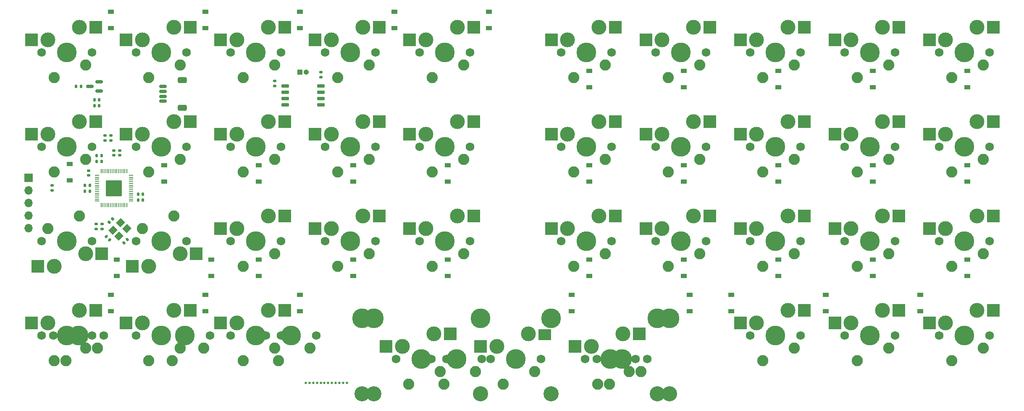
<source format=gbs>
%TF.GenerationSoftware,KiCad,Pcbnew,7.0.6*%
%TF.CreationDate,2023-12-03T11:03:35-05:00*%
%TF.ProjectId,cutiepie2040-ortho-hotswap-solder-pcb,63757469-6570-4696-9532-3034302d6f72,rev?*%
%TF.SameCoordinates,PX27bdd2cPY74f41bc*%
%TF.FileFunction,Soldermask,Bot*%
%TF.FilePolarity,Negative*%
%FSLAX46Y46*%
G04 Gerber Fmt 4.6, Leading zero omitted, Abs format (unit mm)*
G04 Created by KiCad (PCBNEW 7.0.6) date 2023-12-03 11:03:35*
%MOMM*%
%LPD*%
G01*
G04 APERTURE LIST*
G04 Aperture macros list*
%AMRoundRect*
0 Rectangle with rounded corners*
0 $1 Rounding radius*
0 $2 $3 $4 $5 $6 $7 $8 $9 X,Y pos of 4 corners*
0 Add a 4 corners polygon primitive as box body*
4,1,4,$2,$3,$4,$5,$6,$7,$8,$9,$2,$3,0*
0 Add four circle primitives for the rounded corners*
1,1,$1+$1,$2,$3*
1,1,$1+$1,$4,$5*
1,1,$1+$1,$6,$7*
1,1,$1+$1,$8,$9*
0 Add four rect primitives between the rounded corners*
20,1,$1+$1,$2,$3,$4,$5,0*
20,1,$1+$1,$4,$5,$6,$7,0*
20,1,$1+$1,$6,$7,$8,$9,0*
20,1,$1+$1,$8,$9,$2,$3,0*%
%AMRotRect*
0 Rectangle, with rotation*
0 The origin of the aperture is its center*
0 $1 length*
0 $2 width*
0 $3 Rotation angle, in degrees counterclockwise*
0 Add horizontal line*
21,1,$1,$2,0,0,$3*%
G04 Aperture macros list end*
%ADD10C,1.750000*%
%ADD11C,3.000000*%
%ADD12C,3.987800*%
%ADD13R,2.550000X2.500000*%
%ADD14C,2.250000*%
%ADD15C,3.048000*%
%ADD16C,0.500000*%
%ADD17RoundRect,0.140000X0.170000X-0.140000X0.170000X0.140000X-0.170000X0.140000X-0.170000X-0.140000X0*%
%ADD18R,1.200000X0.900000*%
%ADD19RoundRect,0.140000X0.021213X-0.219203X0.219203X-0.021213X-0.021213X0.219203X-0.219203X0.021213X0*%
%ADD20RoundRect,0.135000X0.035355X-0.226274X0.226274X-0.035355X-0.035355X0.226274X-0.226274X0.035355X0*%
%ADD21RoundRect,0.135000X-0.185000X0.135000X-0.185000X-0.135000X0.185000X-0.135000X0.185000X0.135000X0*%
%ADD22R,1.050000X1.050000*%
%ADD23C,1.050000*%
%ADD24RoundRect,0.140000X0.140000X0.170000X-0.140000X0.170000X-0.140000X-0.170000X0.140000X-0.170000X0*%
%ADD25RoundRect,0.140000X-0.140000X-0.170000X0.140000X-0.170000X0.140000X0.170000X-0.140000X0.170000X0*%
%ADD26RoundRect,0.140000X-0.170000X0.140000X-0.170000X-0.140000X0.170000X-0.140000X0.170000X0.140000X0*%
%ADD27RoundRect,0.150000X0.587500X0.150000X-0.587500X0.150000X-0.587500X-0.150000X0.587500X-0.150000X0*%
%ADD28R,2.550000X2.170000*%
%ADD29RoundRect,0.135000X0.185000X-0.135000X0.185000X0.135000X-0.185000X0.135000X-0.185000X-0.135000X0*%
%ADD30RoundRect,0.150000X0.650000X0.150000X-0.650000X0.150000X-0.650000X-0.150000X0.650000X-0.150000X0*%
%ADD31RoundRect,0.050000X0.387500X0.050000X-0.387500X0.050000X-0.387500X-0.050000X0.387500X-0.050000X0*%
%ADD32RoundRect,0.050000X0.050000X0.387500X-0.050000X0.387500X-0.050000X-0.387500X0.050000X-0.387500X0*%
%ADD33RoundRect,0.144000X1.456000X1.456000X-1.456000X1.456000X-1.456000X-1.456000X1.456000X-1.456000X0*%
%ADD34R,1.700000X1.700000*%
%ADD35O,1.700000X1.700000*%
%ADD36RoundRect,0.140000X0.219203X0.021213X0.021213X0.219203X-0.219203X-0.021213X-0.021213X-0.219203X0*%
%ADD37RoundRect,0.150000X-0.625000X0.150000X-0.625000X-0.150000X0.625000X-0.150000X0.625000X0.150000X0*%
%ADD38RoundRect,0.250000X-0.650000X0.350000X-0.650000X-0.350000X0.650000X-0.350000X0.650000X0.350000X0*%
%ADD39RotRect,1.400000X1.200000X45.000000*%
G04 APERTURE END LIST*
D10*
%TO.C,MX15*%
X61594938Y33337766D03*
D11*
X62864938Y35877766D03*
D12*
X66674938Y33337766D03*
D11*
X69214938Y38417766D03*
D10*
X71754938Y33337766D03*
D13*
X59589938Y35877766D03*
D14*
X64134938Y28257766D03*
X70484938Y30797766D03*
D13*
X72516938Y38417766D03*
%TD*%
D10*
%TO.C,MX11*%
X42544938Y33337766D03*
D11*
X43814938Y35877766D03*
D12*
X47624938Y33337766D03*
D11*
X50164938Y38417766D03*
D10*
X52704938Y33337766D03*
D13*
X40539938Y35877766D03*
D14*
X45084938Y28257766D03*
X51434938Y30797766D03*
D13*
X53466938Y38417766D03*
%TD*%
D10*
%TO.C,MX7*%
X33654938Y33337766D03*
D11*
X32384938Y30797766D03*
D12*
X28574938Y33337766D03*
D11*
X26034938Y28257766D03*
D10*
X23494938Y33337766D03*
D14*
X24764938Y35877766D03*
D13*
X22732938Y28257766D03*
X35659938Y30797766D03*
D14*
X31114938Y38417766D03*
%TD*%
D10*
%TO.C,MX3*%
X14604938Y33337766D03*
D11*
X13334938Y30797766D03*
D12*
X9524938Y33337766D03*
D11*
X6984938Y28257766D03*
D10*
X4444938Y33337766D03*
D14*
X5714938Y35877766D03*
D13*
X3682938Y28257766D03*
X16609938Y30797766D03*
D14*
X12064938Y38417766D03*
%TD*%
D10*
%TO.C,MX2*%
X4444938Y52387766D03*
D11*
X5714938Y54927766D03*
D12*
X9524938Y52387766D03*
D11*
X12064938Y57467766D03*
D10*
X14604938Y52387766D03*
D13*
X2439938Y54927766D03*
D14*
X6984938Y47307766D03*
X13334938Y49847766D03*
D13*
X15366938Y57467766D03*
%TD*%
D10*
%TO.C,MX6*%
X23494938Y52387766D03*
D11*
X24764938Y54927766D03*
D12*
X28574938Y52387766D03*
D11*
X31114938Y57467766D03*
D10*
X33654938Y52387766D03*
D13*
X21489938Y54927766D03*
D14*
X26034938Y47307766D03*
X32384938Y49847766D03*
D13*
X34416938Y57467766D03*
%TD*%
D10*
%TO.C,MX10*%
X42544938Y52387766D03*
D11*
X43814938Y54927766D03*
D12*
X47624938Y52387766D03*
D11*
X50164938Y57467766D03*
D10*
X52704938Y52387766D03*
D13*
X40539938Y54927766D03*
D14*
X45084938Y47307766D03*
X51434938Y49847766D03*
D13*
X53466938Y57467766D03*
%TD*%
D10*
%TO.C,MX14*%
X61594938Y52387766D03*
D11*
X62864938Y54927766D03*
D12*
X66674938Y52387766D03*
D11*
X69214938Y57467766D03*
D10*
X71754938Y52387766D03*
D13*
X59589938Y54927766D03*
D14*
X64134938Y47307766D03*
X70484938Y49847766D03*
D13*
X72516938Y57467766D03*
%TD*%
D10*
%TO.C,MX16*%
X80644938Y71437766D03*
D11*
X81914938Y73977766D03*
D12*
X85724938Y71437766D03*
D11*
X88264938Y76517766D03*
D10*
X90804938Y71437766D03*
D13*
X78639938Y73977766D03*
D14*
X83184938Y66357766D03*
X89534938Y68897766D03*
D13*
X91566938Y76517766D03*
%TD*%
D10*
%TO.C,MX17*%
X80644938Y52387766D03*
D11*
X81914938Y54927766D03*
D12*
X85724938Y52387766D03*
D11*
X88264938Y57467766D03*
D10*
X90804938Y52387766D03*
D13*
X78639938Y54927766D03*
D14*
X83184938Y47307766D03*
X89534938Y49847766D03*
D13*
X91566938Y57467766D03*
%TD*%
D10*
%TO.C,MX18*%
X80644938Y33337766D03*
D11*
X81914938Y35877766D03*
D12*
X85724938Y33337766D03*
D11*
X88264938Y38417766D03*
D10*
X90804938Y33337766D03*
D13*
X78639938Y35877766D03*
D14*
X83184938Y28257766D03*
X89534938Y30797766D03*
D13*
X91566938Y38417766D03*
%TD*%
D10*
%TO.C,MX4*%
X4444938Y14317344D03*
D11*
X5714938Y16857344D03*
D12*
X9524938Y14317344D03*
D11*
X12064938Y19397344D03*
D10*
X14604938Y14317344D03*
D13*
X2439938Y16857344D03*
D14*
X6984938Y9237344D03*
X13334938Y11777344D03*
D13*
X15366938Y19397344D03*
%TD*%
D10*
%TO.C,MX8*%
X23494954Y14317344D03*
D11*
X24764954Y16857344D03*
D12*
X28574954Y14317344D03*
D11*
X31114954Y19397344D03*
D10*
X33654954Y14317344D03*
D13*
X21489954Y16857344D03*
D14*
X26034954Y9237344D03*
X32384954Y11777344D03*
D13*
X34416954Y19397344D03*
%TD*%
D10*
%TO.C,MX12*%
X42544970Y14317344D03*
D11*
X43814970Y16857344D03*
D12*
X47624970Y14317344D03*
D11*
X50164970Y19397344D03*
D10*
X52704970Y14317344D03*
D13*
X40539970Y16857344D03*
D14*
X45084970Y9237344D03*
X51434970Y11777344D03*
D13*
X53466970Y19397344D03*
%TD*%
D15*
%TO.C,MX19*%
X69024498Y2569840D03*
D12*
X69024498Y17809840D03*
D10*
X75882498Y9554840D03*
D11*
X77152498Y12094840D03*
D12*
X80962498Y9554840D03*
D11*
X83502498Y14634840D03*
D10*
X86042498Y9554840D03*
D15*
X92900498Y2569840D03*
D12*
X92900498Y17809840D03*
D13*
X73877498Y12094840D03*
D14*
X78422498Y4474840D03*
X84772498Y7014840D03*
D13*
X86804498Y14634840D03*
%TD*%
D12*
%TO.C,MX23*%
X107124530Y17809840D03*
D15*
X107124530Y2569840D03*
D10*
X113982530Y9554840D03*
D11*
X115252530Y12094840D03*
D12*
X119062530Y9554840D03*
D11*
X121602530Y14634840D03*
D10*
X124142530Y9554840D03*
D12*
X131000530Y17809840D03*
D15*
X131000530Y2569840D03*
D13*
X111977530Y12094840D03*
D14*
X116522530Y4474840D03*
X122872530Y7014840D03*
D13*
X124904530Y14634840D03*
%TD*%
D10*
%TO.C,MX41*%
X59848726Y14317344D03*
D12*
X54768726Y14317344D03*
D10*
X49688726Y14317344D03*
D14*
X58578726Y11777344D03*
X52228726Y9237344D03*
%TD*%
D16*
%TO.C,H1*%
X57727511Y4762512D03*
X58477511Y4762512D03*
X59227511Y4762512D03*
X59977511Y4762512D03*
X60727511Y4762512D03*
X61477511Y4762512D03*
X62227511Y4762512D03*
X62977511Y4762512D03*
X63727511Y4762512D03*
X64477511Y4762512D03*
X65227511Y4762512D03*
X65977511Y4762512D03*
%TD*%
D10*
%TO.C,MX39*%
X16986190Y14317344D03*
D12*
X11906190Y14317344D03*
D10*
X6826190Y14317344D03*
D14*
X9366190Y9237344D03*
X15716190Y11777344D03*
%TD*%
D10*
%TO.C,MX40*%
X38417458Y14317344D03*
D12*
X33337458Y14317344D03*
D10*
X28257458Y14317344D03*
D14*
X30797458Y9237344D03*
X37147458Y11777344D03*
%TD*%
D10*
%TO.C,MX43*%
X93186254Y9554840D03*
D12*
X88106254Y9554840D03*
D10*
X83026254Y9554840D03*
D14*
X91916254Y7014840D03*
X85566254Y4474840D03*
%TD*%
D10*
%TO.C,MX46*%
X126523782Y9554840D03*
D12*
X121443782Y9554840D03*
D10*
X116363782Y9554840D03*
D14*
X118903782Y4474840D03*
X125253782Y7014840D03*
%TD*%
D10*
%TO.C,MX35*%
X195579938Y71437766D03*
D11*
X193039938Y76517766D03*
D12*
X190499938Y71437766D03*
D11*
X186689938Y73977766D03*
D10*
X185419938Y71437766D03*
D14*
X187959938Y66357766D03*
D13*
X183414938Y73977766D03*
X196341938Y76517766D03*
D14*
X194309938Y68897766D03*
%TD*%
D17*
%TO.C,C_1V-Decoup2*%
X20240676Y50717004D03*
X20240676Y51677004D03*
%TD*%
D10*
%TO.C,MX1*%
X14604938Y71437766D03*
D11*
X12064938Y76517766D03*
D12*
X9524938Y71437766D03*
D11*
X5714938Y73977766D03*
D10*
X4444938Y71437766D03*
D14*
X6984938Y66357766D03*
D13*
X2439938Y73977766D03*
X15366938Y76517766D03*
D14*
X13334938Y68897766D03*
%TD*%
D18*
%TO.C,D6*%
X29170386Y45379806D03*
X29170386Y48679806D03*
%TD*%
%TO.C,D14*%
X67270482Y45379806D03*
X67270482Y48679806D03*
%TD*%
D19*
%TO.C,C_Crystal1*%
X21091893Y32998173D03*
X21770715Y33676995D03*
%TD*%
D10*
%TO.C,MX22*%
X119379938Y33337766D03*
D11*
X116839938Y38417766D03*
D12*
X114299938Y33337766D03*
D11*
X110489938Y35877766D03*
D10*
X109219938Y33337766D03*
D14*
X111759938Y28257766D03*
D13*
X107214938Y35877766D03*
X120141938Y38417766D03*
D14*
X118109938Y30797766D03*
%TD*%
D18*
%TO.C,D37*%
X191095794Y26329758D03*
X191095794Y29629758D03*
%TD*%
D20*
%TO.C,R_Crystal1*%
X18094110Y37144158D03*
X18815358Y37865406D03*
%TD*%
D18*
%TO.C,D17*%
X86320530Y45379806D03*
X86320530Y48679806D03*
%TD*%
D10*
%TO.C,MX30*%
X157479938Y14287766D03*
D11*
X154939938Y19367766D03*
D12*
X152399938Y14287766D03*
D11*
X148589938Y16827766D03*
D10*
X147319938Y14287766D03*
D14*
X149859938Y9207766D03*
D13*
X145314938Y16827766D03*
X158241938Y19367766D03*
D14*
X156209938Y11747766D03*
%TD*%
D21*
%TO.C,R_Flash1*%
X60750144Y67482825D03*
X60750144Y66462825D03*
%TD*%
D22*
%TO.C,SW1*%
X56500145Y67482825D03*
D23*
X57770145Y67482825D03*
%TD*%
D18*
%TO.C,D8*%
X37504782Y22485990D03*
X37504782Y19185990D03*
%TD*%
%TO.C,D20*%
X114895602Y64429854D03*
X114895602Y67729854D03*
%TD*%
%TO.C,D15*%
X67270482Y26329758D03*
X67270482Y29629758D03*
%TD*%
%TO.C,D31*%
X172045746Y64429854D03*
X172045746Y67729854D03*
%TD*%
D24*
%TO.C,C_3V-Decoup2*%
X16553478Y49411062D03*
X15593478Y49411062D03*
%TD*%
D18*
%TO.C,D13*%
X75604878Y79636134D03*
X75604878Y76336134D03*
%TD*%
%TO.C,D23*%
X135136278Y22485990D03*
X135136278Y19185990D03*
%TD*%
D10*
%TO.C,MX33*%
X176529938Y33337766D03*
D11*
X173989938Y38417766D03*
D12*
X171449938Y33337766D03*
D11*
X167639938Y35877766D03*
D10*
X166369938Y33337766D03*
D14*
X168909938Y28257766D03*
D13*
X164364938Y35877766D03*
X177291938Y38417766D03*
D14*
X175259938Y30797766D03*
%TD*%
D17*
%TO.C,C_3V-Decoup7*%
X19050048Y50717004D03*
X19050048Y51677004D03*
%TD*%
D18*
%TO.C,D32*%
X172045746Y45379806D03*
X172045746Y48679806D03*
%TD*%
%TO.C,D4*%
X18454734Y22485990D03*
X18454734Y19185990D03*
%TD*%
D10*
%TO.C,MX13*%
X71754938Y71437766D03*
D11*
X69214938Y76517766D03*
D12*
X66674938Y71437766D03*
D11*
X62864938Y73977766D03*
D10*
X61594938Y71437766D03*
D14*
X64134938Y66357766D03*
D13*
X59589938Y73977766D03*
X72516938Y76517766D03*
D14*
X70484938Y68897766D03*
%TD*%
D25*
%TO.C,C_3V-Decoup9*%
X23927874Y42862608D03*
X24887874Y42862608D03*
%TD*%
D24*
%TO.C,C_3V-Decoup4*%
X14172222Y43457922D03*
X13212222Y43457922D03*
%TD*%
D18*
%TO.C,D26*%
X133945650Y26329758D03*
X133945650Y29629758D03*
%TD*%
D10*
%TO.C,MX29*%
X157479938Y33337766D03*
D11*
X154939938Y38417766D03*
D12*
X152399938Y33337766D03*
D11*
X148589938Y35877766D03*
D10*
X147319938Y33337766D03*
D14*
X149859938Y28257766D03*
D13*
X145314938Y35877766D03*
X158241938Y38417766D03*
D14*
X156209938Y30797766D03*
%TD*%
D18*
%TO.C,D28*%
X152995698Y45379806D03*
X152995698Y48679806D03*
%TD*%
D21*
%TO.C,R_DATA1*%
X18454734Y54683574D03*
X18454734Y53663574D03*
%TD*%
D10*
%TO.C,MX5*%
X33654938Y71437766D03*
D11*
X31114938Y76517766D03*
D12*
X28574938Y71437766D03*
D11*
X24764938Y73977766D03*
D10*
X23494938Y71437766D03*
D14*
X26034938Y66357766D03*
D13*
X21489938Y73977766D03*
X34416938Y76517766D03*
D14*
X32384938Y68897766D03*
%TD*%
D26*
%TO.C,C_3V-Decoup8*%
X16668792Y36794154D03*
X16668792Y35834154D03*
%TD*%
D10*
%TO.C,MX24*%
X138429938Y71437766D03*
D11*
X135889938Y76517766D03*
D12*
X133349938Y71437766D03*
D11*
X129539938Y73977766D03*
D10*
X128269938Y71437766D03*
D14*
X130809938Y66357766D03*
D13*
X126264938Y73977766D03*
X139191938Y76517766D03*
D14*
X137159938Y68897766D03*
%TD*%
D17*
%TO.C,C_Flash1*%
X51494661Y64706883D03*
X51494661Y65666883D03*
%TD*%
D10*
%TO.C,MX21*%
X119379938Y52387766D03*
D11*
X116839938Y57467766D03*
D12*
X114299938Y52387766D03*
D11*
X110489938Y54927766D03*
D10*
X109219938Y52387766D03*
D14*
X111759938Y47307766D03*
D13*
X107214938Y54927766D03*
X120141938Y57467766D03*
D14*
X118109938Y49847766D03*
%TD*%
D10*
%TO.C,MX32*%
X176529938Y52387766D03*
D11*
X173989938Y57467766D03*
D12*
X171449938Y52387766D03*
D11*
X167639938Y54927766D03*
D10*
X166369938Y52387766D03*
D14*
X168909938Y47307766D03*
D13*
X164364938Y54927766D03*
X177291938Y57467766D03*
D14*
X175259938Y49847766D03*
%TD*%
D10*
%TO.C,MX38*%
X195579938Y14287766D03*
D11*
X193039938Y19367766D03*
D12*
X190499938Y14287766D03*
D11*
X186689938Y16827766D03*
D10*
X185419938Y14287766D03*
D14*
X187959938Y9207766D03*
D13*
X183414938Y16827766D03*
X196341938Y19367766D03*
D14*
X194309938Y11747766D03*
%TD*%
D18*
%TO.C,D10*%
X48220434Y45379806D03*
X48220434Y48679806D03*
%TD*%
D10*
%TO.C,MX20*%
X119379938Y71437766D03*
D11*
X116839938Y76517766D03*
D12*
X114299938Y71437766D03*
D11*
X110489938Y73977766D03*
D10*
X109219938Y71437766D03*
D14*
X111759938Y66357766D03*
D13*
X107214938Y73977766D03*
X120141938Y76517766D03*
D14*
X118109938Y68897766D03*
%TD*%
D18*
%TO.C,D35*%
X191095794Y64429854D03*
X191095794Y67729854D03*
%TD*%
%TO.C,D38*%
X181570770Y22485990D03*
X181570770Y19185990D03*
%TD*%
%TO.C,D19*%
X111323718Y22485990D03*
X111323718Y19185990D03*
%TD*%
D27*
%TO.C,U3*%
X16073478Y65553284D03*
X16073478Y63653284D03*
X14198478Y64603284D03*
%TD*%
D10*
%TO.C,MX36*%
X195579938Y52387766D03*
D11*
X193039938Y57467766D03*
D12*
X190499938Y52387766D03*
D11*
X186689938Y54927766D03*
D10*
X185419938Y52387766D03*
D14*
X187959938Y47307766D03*
D13*
X183414938Y54927766D03*
X196341938Y57467766D03*
D14*
X194309938Y49847766D03*
%TD*%
D18*
%TO.C,D25*%
X133945650Y45379806D03*
X133945650Y48679806D03*
%TD*%
D10*
%TO.C,MX37*%
X195579938Y33337766D03*
D11*
X193039938Y38417766D03*
D12*
X190499938Y33337766D03*
D11*
X186689938Y35877766D03*
D10*
X185419938Y33337766D03*
D14*
X187959938Y28257766D03*
D13*
X183414938Y35877766D03*
X196341938Y38417766D03*
D14*
X194309938Y30797766D03*
%TD*%
D18*
%TO.C,D11*%
X48220434Y26329758D03*
X48220434Y29629758D03*
%TD*%
D26*
%TO.C,C_1V-Decoup3*%
X15478164Y36794154D03*
X15478164Y35834154D03*
%TD*%
D10*
%TO.C,MX26*%
X138429938Y33337766D03*
D11*
X135889938Y38417766D03*
D12*
X133349938Y33337766D03*
D11*
X129539938Y35877766D03*
D10*
X128269938Y33337766D03*
D14*
X130809938Y28257766D03*
D13*
X126264938Y35877766D03*
X139191938Y38417766D03*
D14*
X137159938Y30797766D03*
%TD*%
D18*
%TO.C,D18*%
X86320530Y26329758D03*
X86320530Y29629758D03*
%TD*%
D15*
%TO.C,MX44*%
X128587514Y2569840D03*
D12*
X128587514Y17809840D03*
D10*
X105092514Y9554840D03*
D11*
X102552514Y14634840D03*
D12*
X100012514Y9554840D03*
D11*
X96202514Y12094840D03*
D10*
X94932514Y9554840D03*
D15*
X71437514Y2569840D03*
D12*
X71437514Y17809840D03*
D14*
X97472514Y4474840D03*
D13*
X92927514Y12094840D03*
D28*
X105854514Y14469840D03*
D14*
X103822514Y7014840D03*
%TD*%
D10*
%TO.C,MX9*%
X52704938Y71437766D03*
D11*
X50164938Y76517766D03*
D12*
X47624938Y71437766D03*
D11*
X43814938Y73977766D03*
D10*
X42544938Y71437766D03*
D14*
X45084938Y66357766D03*
D13*
X40539938Y73977766D03*
X53466938Y76517766D03*
D14*
X51434938Y68897766D03*
%TD*%
D18*
%TO.C,D34*%
X162520722Y22485990D03*
X162520722Y19185990D03*
%TD*%
%TO.C,D2*%
X10120338Y45677463D03*
X10120338Y48977463D03*
%TD*%
%TO.C,D3*%
X19645362Y26329758D03*
X19645362Y29629758D03*
%TD*%
%TO.C,D29*%
X152995698Y26329758D03*
X152995698Y29629758D03*
%TD*%
%TO.C,D16*%
X94654926Y79636134D03*
X94654926Y76336134D03*
%TD*%
D25*
%TO.C,C_3V-Decoup6*%
X23927874Y41671980D03*
X24887874Y41671980D03*
%TD*%
D18*
%TO.C,D30*%
X143470674Y22485990D03*
X143470674Y19185990D03*
%TD*%
%TO.C,D1*%
X18454734Y79636134D03*
X18454734Y76336134D03*
%TD*%
D24*
%TO.C,C_3V-Decoup1*%
X16073478Y60722028D03*
X15113478Y60722028D03*
%TD*%
%TO.C,C_LD1*%
X12386280Y64603284D03*
X11426280Y64603284D03*
%TD*%
D29*
%TO.C,R_RST1*%
X6548454Y43628550D03*
X6548454Y44648550D03*
%TD*%
D30*
%TO.C,U2*%
X60750144Y64710627D03*
X60750144Y63440627D03*
X60750144Y62170627D03*
X60750144Y60900627D03*
X53550144Y60900627D03*
X53550144Y62170627D03*
X53550144Y63440627D03*
X53550144Y64710627D03*
%TD*%
D18*
%TO.C,D33*%
X172045746Y26329758D03*
X172045746Y29629758D03*
%TD*%
%TO.C,D36*%
X191095794Y45379806D03*
X191095794Y48679806D03*
%TD*%
%TO.C,D7*%
X38695410Y26329758D03*
X38695410Y29629758D03*
%TD*%
%TO.C,D12*%
X56554830Y22485990D03*
X56554830Y19185990D03*
%TD*%
D24*
%TO.C,C_1V-Decoup1*%
X16553478Y50601690D03*
X15593478Y50601690D03*
%TD*%
D17*
%TO.C,C_3V-Decoup3*%
X13989879Y46653236D03*
X13989879Y47613236D03*
%TD*%
D10*
%TO.C,MX27*%
X157479938Y71437766D03*
D11*
X154939938Y76517766D03*
D12*
X152399938Y71437766D03*
D11*
X148589938Y73977766D03*
D10*
X147319938Y71437766D03*
D14*
X149859938Y66357766D03*
D13*
X145314938Y73977766D03*
X158241938Y76517766D03*
D14*
X156209938Y68897766D03*
%TD*%
D18*
%TO.C,D22*%
X114895602Y26329758D03*
X114895602Y29629758D03*
%TD*%
D31*
%TO.C,U1*%
X22487548Y46653236D03*
X22487548Y46253236D03*
X22487548Y45853236D03*
X22487548Y45453236D03*
X22487548Y45053236D03*
X22487548Y44653236D03*
X22487548Y44253236D03*
X22487548Y43853236D03*
X22487548Y43453236D03*
X22487548Y43053236D03*
X22487548Y42653236D03*
X22487548Y42253236D03*
X22487548Y41853236D03*
X22487548Y41453236D03*
D32*
X21650048Y40615736D03*
X21250048Y40615736D03*
X20850048Y40615736D03*
X20450048Y40615736D03*
X20050048Y40615736D03*
X19650048Y40615736D03*
X19250048Y40615736D03*
X18850048Y40615736D03*
X18450048Y40615736D03*
X18050048Y40615736D03*
X17650048Y40615736D03*
X17250048Y40615736D03*
X16850048Y40615736D03*
X16450048Y40615736D03*
D31*
X15612548Y41453236D03*
X15612548Y41853236D03*
X15612548Y42253236D03*
X15612548Y42653236D03*
X15612548Y43053236D03*
X15612548Y43453236D03*
X15612548Y43853236D03*
X15612548Y44253236D03*
X15612548Y44653236D03*
X15612548Y45053236D03*
X15612548Y45453236D03*
X15612548Y45853236D03*
X15612548Y46253236D03*
X15612548Y46653236D03*
D32*
X16450048Y47490736D03*
X16850048Y47490736D03*
X17250048Y47490736D03*
X17650048Y47490736D03*
X18050048Y47490736D03*
X18450048Y47490736D03*
X18850048Y47490736D03*
X19250048Y47490736D03*
X19650048Y47490736D03*
X20050048Y47490736D03*
X20450048Y47490736D03*
X20850048Y47490736D03*
X21250048Y47490736D03*
X21650048Y47490736D03*
D33*
X19050048Y44053236D03*
%TD*%
D34*
%TO.C,J2*%
X1849938Y46156666D03*
D35*
X1849938Y43616666D03*
X1849938Y41076666D03*
X1849938Y38536666D03*
X1849938Y35996666D03*
%TD*%
D18*
%TO.C,D27*%
X152995698Y64429854D03*
X152995698Y67729854D03*
%TD*%
D36*
%TO.C,C_Crystal2*%
X18198831Y33593487D03*
X17520009Y34272309D03*
%TD*%
D10*
%TO.C,MX28*%
X157479938Y52387766D03*
D11*
X154939938Y57467766D03*
D12*
X152399938Y52387766D03*
D11*
X148589938Y54927766D03*
D10*
X147319938Y52387766D03*
D14*
X149859938Y47307766D03*
D13*
X145314938Y54927766D03*
X158241938Y57467766D03*
D14*
X156209938Y49847766D03*
%TD*%
D10*
%TO.C,MX25*%
X138429938Y52387766D03*
D11*
X135889938Y57467766D03*
D12*
X133349938Y52387766D03*
D11*
X129539938Y54927766D03*
D10*
X128269938Y52387766D03*
D14*
X130809938Y47307766D03*
D13*
X126264938Y54927766D03*
X139191938Y57467766D03*
D14*
X137159938Y49847766D03*
%TD*%
D18*
%TO.C,D9*%
X56554830Y79636134D03*
X56554830Y76336134D03*
%TD*%
%TO.C,D24*%
X133945650Y64429854D03*
X133945650Y67729854D03*
%TD*%
D24*
%TO.C,C_3V-Decoup5*%
X14172222Y44648550D03*
X13212222Y44648550D03*
%TD*%
D21*
%TO.C,R_DATA2*%
X17264106Y54683574D03*
X17264106Y53663574D03*
%TD*%
D10*
%TO.C,MX34*%
X176529938Y14287766D03*
D11*
X173989938Y19367766D03*
D12*
X171449938Y14287766D03*
D11*
X167639938Y16827766D03*
D10*
X166369938Y14287766D03*
D14*
X168909938Y9207766D03*
D13*
X164364938Y16827766D03*
X177291938Y19367766D03*
D14*
X175259938Y11747766D03*
%TD*%
D24*
%TO.C,C_LD2*%
X16073478Y61912656D03*
X15113478Y61912656D03*
%TD*%
D37*
%TO.C,J1*%
X28956328Y64603284D03*
X28956328Y63603284D03*
X28956328Y62603284D03*
X28956328Y61603284D03*
D38*
X32831328Y65903284D03*
X32831328Y60303284D03*
%TD*%
D18*
%TO.C,D21*%
X114895602Y45379806D03*
X114895602Y48679806D03*
%TD*%
D39*
%TO.C,Y1*%
X18861818Y35542063D03*
X20417453Y37097698D03*
X21619534Y35895617D03*
X20063899Y34339982D03*
%TD*%
D18*
%TO.C,D5*%
X37504782Y79636134D03*
X37504782Y76336134D03*
%TD*%
D10*
%TO.C,MX31*%
X176529938Y71437766D03*
D11*
X173989938Y76517766D03*
D12*
X171449938Y71437766D03*
D11*
X167639938Y73977766D03*
D10*
X166369938Y71437766D03*
D14*
X168909938Y66357766D03*
D13*
X164364938Y73977766D03*
X177291938Y76517766D03*
D14*
X175259938Y68897766D03*
%TD*%
M02*

</source>
